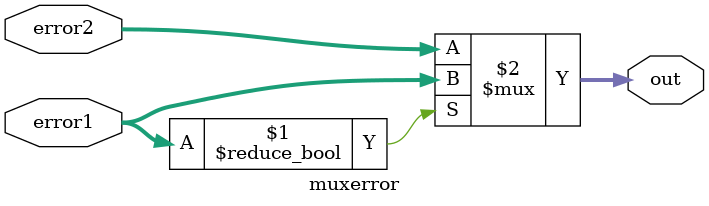
<source format=v>
`timescale 1ns / 1ps
module mux32(
    input [31:0] src1,
    input [31:0] src2,
    input op,
    output [31:0] out
    );
	 assign out=(op==1)?src2:src1;
	
endmodule

module mux5(
	 input [4:0] src1,
    input [4:0] src2,
    input op,
    output [4:0] out
    );
	 assign out=(op==1)?src2:src1;

endmodule

module muxerror(
	 input [3:0] error1,
    input [3:0] error2,
    
    output [3:0] out
    );
	 assign out=(error1!=0)?error1:error2;
	 
	 
	 
endmodule

</source>
